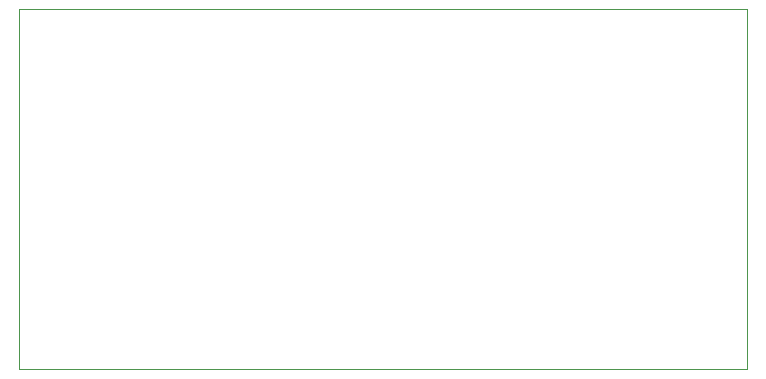
<source format=gbr>
%TF.GenerationSoftware,KiCad,Pcbnew,6.0.11-2627ca5db0~126~ubuntu20.04.1*%
%TF.CreationDate,2024-02-25T19:04:41-05:00*%
%TF.ProjectId,hil01,68696c30-312e-46b6-9963-61645f706362,rev?*%
%TF.SameCoordinates,Original*%
%TF.FileFunction,Profile,NP*%
%FSLAX46Y46*%
G04 Gerber Fmt 4.6, Leading zero omitted, Abs format (unit mm)*
G04 Created by KiCad (PCBNEW 6.0.11-2627ca5db0~126~ubuntu20.04.1) date 2024-02-25 19:04:41*
%MOMM*%
%LPD*%
G01*
G04 APERTURE LIST*
%TA.AperFunction,Profile*%
%ADD10C,0.100000*%
%TD*%
G04 APERTURE END LIST*
D10*
X100000000Y-130500000D02*
X161680000Y-130500000D01*
X100000000Y-100000000D02*
X100000000Y-130500000D01*
X161680000Y-130500000D02*
X161680000Y-100000000D01*
X100000000Y-100000000D02*
X161680000Y-100000000D01*
M02*

</source>
